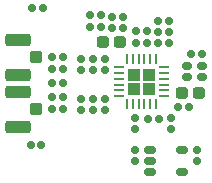
<source format=gtp>
G04*
G04 #@! TF.GenerationSoftware,Altium Limited,Altium Designer,19.1.8 (144)*
G04*
G04 Layer_Color=8421504*
%FSLAX25Y25*%
%MOIN*%
G70*
G01*
G75*
%ADD13R,0.03937X0.03937*%
G04:AMPARAMS|DCode=14|XSize=23.62mil|YSize=23.62mil|CornerRadius=5.91mil|HoleSize=0mil|Usage=FLASHONLY|Rotation=270.000|XOffset=0mil|YOffset=0mil|HoleType=Round|Shape=RoundedRectangle|*
%AMROUNDEDRECTD14*
21,1,0.02362,0.01181,0,0,270.0*
21,1,0.01181,0.02362,0,0,270.0*
1,1,0.01181,-0.00591,-0.00591*
1,1,0.01181,-0.00591,0.00591*
1,1,0.01181,0.00591,0.00591*
1,1,0.01181,0.00591,-0.00591*
%
%ADD14ROUNDEDRECTD14*%
G04:AMPARAMS|DCode=15|XSize=25.2mil|YSize=25.2mil|CornerRadius=6.3mil|HoleSize=0mil|Usage=FLASHONLY|Rotation=90.000|XOffset=0mil|YOffset=0mil|HoleType=Round|Shape=RoundedRectangle|*
%AMROUNDEDRECTD15*
21,1,0.02520,0.01260,0,0,90.0*
21,1,0.01260,0.02520,0,0,90.0*
1,1,0.01260,0.00630,0.00630*
1,1,0.01260,0.00630,-0.00630*
1,1,0.01260,-0.00630,-0.00630*
1,1,0.01260,-0.00630,0.00630*
%
%ADD15ROUNDEDRECTD15*%
G04:AMPARAMS|DCode=16|XSize=37.4mil|YSize=41.34mil|CornerRadius=9.35mil|HoleSize=0mil|Usage=FLASHONLY|Rotation=90.000|XOffset=0mil|YOffset=0mil|HoleType=Round|Shape=RoundedRectangle|*
%AMROUNDEDRECTD16*
21,1,0.03740,0.02264,0,0,90.0*
21,1,0.01870,0.04134,0,0,90.0*
1,1,0.01870,0.01132,0.00935*
1,1,0.01870,0.01132,-0.00935*
1,1,0.01870,-0.01132,-0.00935*
1,1,0.01870,-0.01132,0.00935*
%
%ADD16ROUNDEDRECTD16*%
G04:AMPARAMS|DCode=17|XSize=31.5mil|YSize=27.56mil|CornerRadius=6.89mil|HoleSize=0mil|Usage=FLASHONLY|Rotation=180.000|XOffset=0mil|YOffset=0mil|HoleType=Round|Shape=RoundedRectangle|*
%AMROUNDEDRECTD17*
21,1,0.03150,0.01378,0,0,180.0*
21,1,0.01772,0.02756,0,0,180.0*
1,1,0.01378,-0.00886,0.00689*
1,1,0.01378,0.00886,0.00689*
1,1,0.01378,0.00886,-0.00689*
1,1,0.01378,-0.00886,-0.00689*
%
%ADD17ROUNDEDRECTD17*%
G04:AMPARAMS|DCode=18|XSize=25.2mil|YSize=25.2mil|CornerRadius=6.3mil|HoleSize=0mil|Usage=FLASHONLY|Rotation=180.000|XOffset=0mil|YOffset=0mil|HoleType=Round|Shape=RoundedRectangle|*
%AMROUNDEDRECTD18*
21,1,0.02520,0.01260,0,0,180.0*
21,1,0.01260,0.02520,0,0,180.0*
1,1,0.01260,-0.00630,0.00630*
1,1,0.01260,0.00630,0.00630*
1,1,0.01260,0.00630,-0.00630*
1,1,0.01260,-0.00630,-0.00630*
%
%ADD18ROUNDEDRECTD18*%
G04:AMPARAMS|DCode=19|XSize=25.2mil|YSize=24.8mil|CornerRadius=6.2mil|HoleSize=0mil|Usage=FLASHONLY|Rotation=270.000|XOffset=0mil|YOffset=0mil|HoleType=Round|Shape=RoundedRectangle|*
%AMROUNDEDRECTD19*
21,1,0.02520,0.01240,0,0,270.0*
21,1,0.01280,0.02480,0,0,270.0*
1,1,0.01240,-0.00620,-0.00640*
1,1,0.01240,-0.00620,0.00640*
1,1,0.01240,0.00620,0.00640*
1,1,0.01240,0.00620,-0.00640*
%
%ADD19ROUNDEDRECTD19*%
G04:AMPARAMS|DCode=20|XSize=23.62mil|YSize=39.37mil|CornerRadius=5.91mil|HoleSize=0mil|Usage=FLASHONLY|Rotation=90.000|XOffset=0mil|YOffset=0mil|HoleType=Round|Shape=RoundedRectangle|*
%AMROUNDEDRECTD20*
21,1,0.02362,0.02756,0,0,90.0*
21,1,0.01181,0.03937,0,0,90.0*
1,1,0.01181,0.01378,0.00591*
1,1,0.01181,0.01378,-0.00591*
1,1,0.01181,-0.01378,-0.00591*
1,1,0.01181,-0.01378,0.00591*
%
%ADD20ROUNDEDRECTD20*%
G04:AMPARAMS|DCode=21|XSize=25.2mil|YSize=24.8mil|CornerRadius=6.2mil|HoleSize=0mil|Usage=FLASHONLY|Rotation=180.000|XOffset=0mil|YOffset=0mil|HoleType=Round|Shape=RoundedRectangle|*
%AMROUNDEDRECTD21*
21,1,0.02520,0.01240,0,0,180.0*
21,1,0.01280,0.02480,0,0,180.0*
1,1,0.01240,-0.00640,0.00620*
1,1,0.01240,0.00640,0.00620*
1,1,0.01240,0.00640,-0.00620*
1,1,0.01240,-0.00640,-0.00620*
%
%ADD21ROUNDEDRECTD21*%
%ADD22O,0.00984X0.03347*%
%ADD23O,0.03347X0.00984*%
G04:AMPARAMS|DCode=24|XSize=23.62mil|YSize=23.62mil|CornerRadius=5.91mil|HoleSize=0mil|Usage=FLASHONLY|Rotation=0.000|XOffset=0mil|YOffset=0mil|HoleType=Round|Shape=RoundedRectangle|*
%AMROUNDEDRECTD24*
21,1,0.02362,0.01181,0,0,0.0*
21,1,0.01181,0.02362,0,0,0.0*
1,1,0.01181,0.00591,-0.00591*
1,1,0.01181,-0.00591,-0.00591*
1,1,0.01181,-0.00591,0.00591*
1,1,0.01181,0.00591,0.00591*
%
%ADD24ROUNDEDRECTD24*%
G04:AMPARAMS|DCode=25|XSize=41.34mil|YSize=41.34mil|CornerRadius=10.34mil|HoleSize=0mil|Usage=FLASHONLY|Rotation=0.000|XOffset=0mil|YOffset=0mil|HoleType=Round|Shape=RoundedRectangle|*
%AMROUNDEDRECTD25*
21,1,0.04134,0.02067,0,0,0.0*
21,1,0.02067,0.04134,0,0,0.0*
1,1,0.02067,0.01034,-0.01034*
1,1,0.02067,-0.01034,-0.01034*
1,1,0.02067,-0.01034,0.01034*
1,1,0.02067,0.01034,0.01034*
%
%ADD25ROUNDEDRECTD25*%
G04:AMPARAMS|DCode=26|XSize=86.61mil|YSize=41.34mil|CornerRadius=10.34mil|HoleSize=0mil|Usage=FLASHONLY|Rotation=0.000|XOffset=0mil|YOffset=0mil|HoleType=Round|Shape=RoundedRectangle|*
%AMROUNDEDRECTD26*
21,1,0.08661,0.02067,0,0,0.0*
21,1,0.06594,0.04134,0,0,0.0*
1,1,0.02067,0.03297,-0.01034*
1,1,0.02067,-0.03297,-0.01034*
1,1,0.02067,-0.03297,0.01034*
1,1,0.02067,0.03297,0.01034*
%
%ADD26ROUNDEDRECTD26*%
D13*
X50870Y35988D02*
D03*
X46146D02*
D03*
Y31264D02*
D03*
X50870D02*
D03*
D14*
X38780Y55118D02*
D03*
X42323D02*
D03*
X42323Y51575D02*
D03*
X38780D02*
D03*
X57677Y50000D02*
D03*
X54134D02*
D03*
X57677Y46457D02*
D03*
X54134D02*
D03*
X60827Y25197D02*
D03*
X64370D02*
D03*
X18701Y37795D02*
D03*
X22244D02*
D03*
X18701Y28346D02*
D03*
X22244D02*
D03*
X12008Y58268D02*
D03*
X15551D02*
D03*
X15157Y12598D02*
D03*
X11614D02*
D03*
D15*
X31260Y55905D02*
D03*
X34882D02*
D03*
X31260Y51968D02*
D03*
X34882D02*
D03*
X46614Y50394D02*
D03*
X50236D02*
D03*
X46614Y46457D02*
D03*
X50236D02*
D03*
X54094Y53937D02*
D03*
X57717D02*
D03*
X68740Y42913D02*
D03*
X65118D02*
D03*
X22284Y33071D02*
D03*
X18661D02*
D03*
X18661Y41732D02*
D03*
X22284D02*
D03*
X18661Y24409D02*
D03*
X22284D02*
D03*
D16*
X41437Y46850D02*
D03*
X35728D02*
D03*
X67815Y29921D02*
D03*
X62106D02*
D03*
D17*
X68701Y38976D02*
D03*
X63583D02*
D03*
Y35039D02*
D03*
X68701D02*
D03*
D18*
X58268Y17874D02*
D03*
Y21496D02*
D03*
X46457Y7244D02*
D03*
Y10866D02*
D03*
X66929Y7244D02*
D03*
Y10866D02*
D03*
X36220Y41181D02*
D03*
Y37559D02*
D03*
X32283Y41181D02*
D03*
Y37559D02*
D03*
X36220Y24173D02*
D03*
Y27795D02*
D03*
X32283Y24173D02*
D03*
Y27795D02*
D03*
D19*
X50532Y21260D02*
D03*
X54193D02*
D03*
D20*
X62008Y10827D02*
D03*
Y3347D02*
D03*
X51378D02*
D03*
Y7087D02*
D03*
Y10827D02*
D03*
D21*
X46457Y21516D02*
D03*
Y17854D02*
D03*
D22*
X43587Y41205D02*
D03*
X45555D02*
D03*
X47524D02*
D03*
X49492D02*
D03*
X51461D02*
D03*
X53429D02*
D03*
Y26047D02*
D03*
X51461D02*
D03*
X49492D02*
D03*
X47524D02*
D03*
X45555D02*
D03*
X43587D02*
D03*
D23*
X56087Y38547D02*
D03*
Y36579D02*
D03*
Y34610D02*
D03*
Y32642D02*
D03*
Y30673D02*
D03*
Y28705D02*
D03*
X40929D02*
D03*
Y30673D02*
D03*
Y32642D02*
D03*
Y34610D02*
D03*
Y36579D02*
D03*
Y38547D02*
D03*
D24*
X28346Y37598D02*
D03*
Y41142D02*
D03*
Y27756D02*
D03*
Y24213D02*
D03*
D25*
X13484Y24409D02*
D03*
X13484Y41732D02*
D03*
D26*
X7480Y18602D02*
D03*
Y30217D02*
D03*
X7480Y35925D02*
D03*
Y47539D02*
D03*
M02*

</source>
